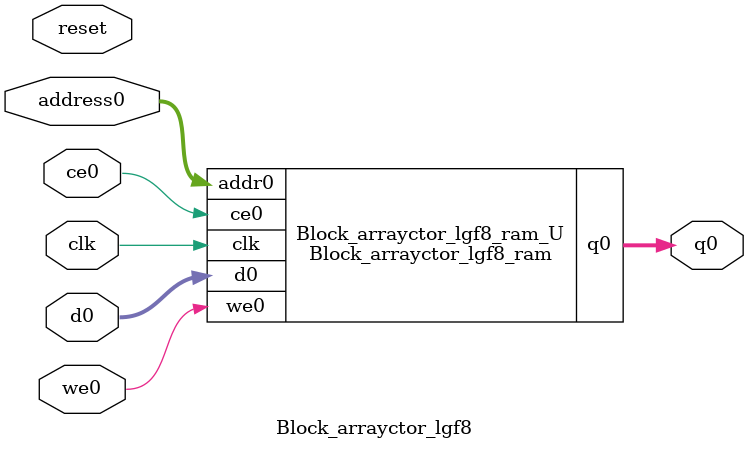
<source format=v>
`timescale 1 ns / 1 ps
module Block_arrayctor_lgf8_ram (addr0, ce0, d0, we0, q0,  clk);

parameter DWIDTH = 5;
parameter AWIDTH = 6;
parameter MEM_SIZE = 64;

input[AWIDTH-1:0] addr0;
input ce0;
input[DWIDTH-1:0] d0;
input we0;
output reg[DWIDTH-1:0] q0;
input clk;

(* ram_style = "distributed" *)reg [DWIDTH-1:0] ram[0:MEM_SIZE-1];




always @(posedge clk)  
begin 
    if (ce0) begin
        if (we0) 
            ram[addr0] <= d0; 
        q0 <= ram[addr0];
    end
end


endmodule

`timescale 1 ns / 1 ps
module Block_arrayctor_lgf8(
    reset,
    clk,
    address0,
    ce0,
    we0,
    d0,
    q0);

parameter DataWidth = 32'd5;
parameter AddressRange = 32'd64;
parameter AddressWidth = 32'd6;
input reset;
input clk;
input[AddressWidth - 1:0] address0;
input ce0;
input we0;
input[DataWidth - 1:0] d0;
output[DataWidth - 1:0] q0;



Block_arrayctor_lgf8_ram Block_arrayctor_lgf8_ram_U(
    .clk( clk ),
    .addr0( address0 ),
    .ce0( ce0 ),
    .we0( we0 ),
    .d0( d0 ),
    .q0( q0 ));

endmodule


</source>
